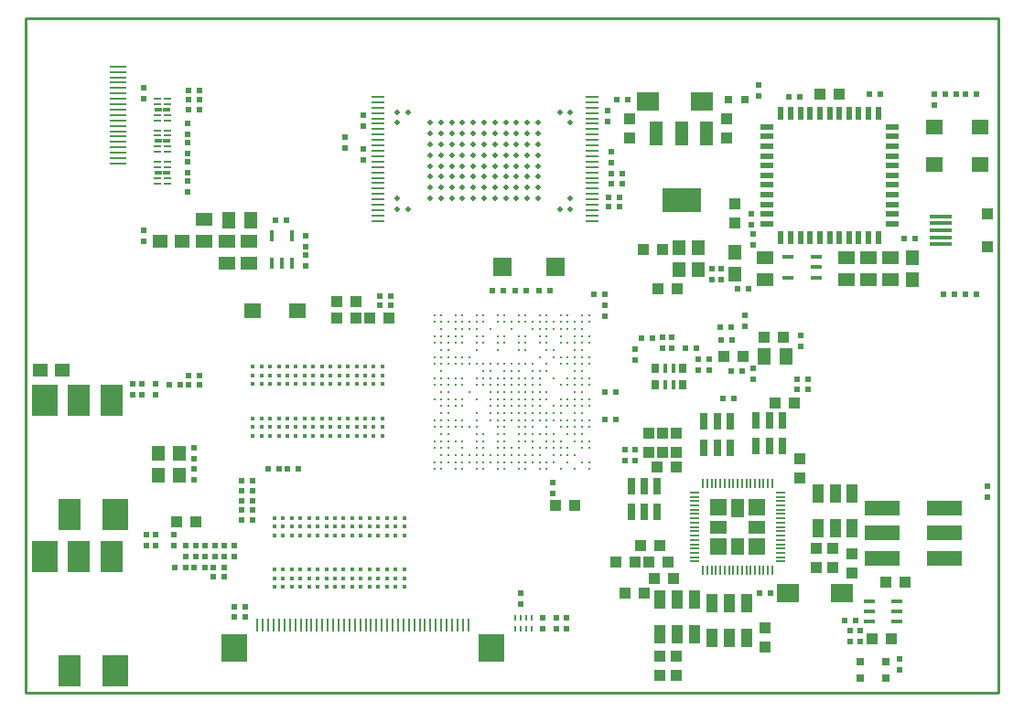
<source format=gbr>
G04 #@! TF.FileFunction,Paste,Top*
%FSLAX46Y46*%
G04 Gerber Fmt 4.6, Leading zero omitted, Abs format (unit mm)*
G04 Created by KiCad (PCBNEW 201609201018+7184~55~ubuntu14.04.1-) date Fri Sep 23 16:33:06 2016*
%MOMM*%
%LPD*%
G01*
G04 APERTURE LIST*
%ADD10C,0.100000*%
%ADD11C,0.254000*%
%ADD12C,0.500000*%
%ADD13R,0.800000X0.800000*%
%ADD14R,3.200000X1.400000*%
%ADD15R,0.500000X0.550000*%
%ADD16R,1.016000X1.016000*%
%ADD17R,0.550000X0.500000*%
%ADD18R,1.524000X1.270000*%
%ADD19R,1.270000X1.524000*%
%ADD20R,2.000000X1.700000*%
%ADD21R,1.168400X1.422400*%
%ADD22R,1.422400X1.168400*%
%ADD23R,1.700000X1.700000*%
%ADD24R,0.230000X0.605000*%
%ADD25R,1.098400X0.448400*%
%ADD26R,0.448400X1.098400*%
%ADD27R,1.500000X1.400000*%
%ADD28R,0.711200X0.965200*%
%ADD29R,0.457200X0.965200*%
%ADD30R,3.600000X2.200000*%
%ADD31R,1.219200X2.235200*%
%ADD32R,1.580000X0.230000*%
%ADD33R,0.695000X0.220000*%
%ADD34R,0.775000X0.400000*%
%ADD35R,0.230000X1.280000*%
%ADD36R,2.400000X2.600000*%
%ADD37C,0.420000*%
%ADD38R,1.180000X0.230000*%
%ADD39C,0.330000*%
%ADD40R,0.211000X0.911000*%
%ADD41R,0.911000X0.211000*%
%ADD42R,1.500000X1.600000*%
%ADD43R,1.200000X1.600000*%
%ADD44R,1.600000X1.200000*%
%ADD45R,1.200000X1.700000*%
%ADD46R,0.500000X1.300000*%
%ADD47R,1.300000X0.500000*%
%ADD48R,1.000000X1.750000*%
%ADD49R,0.800000X1.600000*%
%ADD50R,2.150000X0.350000*%
%ADD51R,1.000000X1.100000*%
%ADD52R,1.998400X2.898400*%
%ADD53R,2.398400X2.898400*%
G04 APERTURE END LIST*
D10*
D11*
X100000000Y-37500000D02*
X100000000Y-100000000D01*
X190000000Y-37500000D02*
X100000000Y-37500000D01*
X190000000Y-100000000D02*
X190000000Y-37500000D01*
X100000000Y-100000000D02*
X190000000Y-100000000D01*
D12*
X150400000Y-46200000D03*
X150400000Y-47200000D03*
X150400000Y-54200000D03*
X150400000Y-55200000D03*
X149400000Y-46200000D03*
X149400000Y-55200000D03*
X147400000Y-47200000D03*
X147400000Y-48200000D03*
X147400000Y-49200000D03*
X147400000Y-50200000D03*
X147400000Y-51200000D03*
X147400000Y-52200000D03*
X147400000Y-53200000D03*
X147400000Y-54200000D03*
X146400000Y-47200000D03*
X146400000Y-48200000D03*
X146400000Y-49200000D03*
X146400000Y-50200000D03*
X146400000Y-51200000D03*
X146400000Y-52200000D03*
X146400000Y-53200000D03*
X146400000Y-54200000D03*
X145400000Y-47200000D03*
X145400000Y-48200000D03*
X145400000Y-49200000D03*
X145400000Y-50200000D03*
X145400000Y-51200000D03*
X145400000Y-52200000D03*
X145400000Y-53200000D03*
X145400000Y-54200000D03*
X144400000Y-47200000D03*
X144400000Y-48200000D03*
X144400000Y-49200000D03*
X144400000Y-50200000D03*
X144400000Y-51200000D03*
X144400000Y-52200000D03*
X144400000Y-53200000D03*
X144400000Y-54200000D03*
X143400000Y-47200000D03*
X143400000Y-48200000D03*
X143400000Y-49200000D03*
X143400000Y-50200000D03*
X143400000Y-51200000D03*
X143400000Y-52200000D03*
X143400000Y-53200000D03*
X143400000Y-54200000D03*
X142400000Y-47200000D03*
X142400000Y-48200000D03*
X142400000Y-49200000D03*
X142400000Y-50200000D03*
X142400000Y-51200000D03*
X142400000Y-52200000D03*
X142400000Y-53200000D03*
X142400000Y-54200000D03*
X141400000Y-47200000D03*
X141400000Y-48200000D03*
X141400000Y-49200000D03*
X141400000Y-50200000D03*
X141400000Y-51200000D03*
X141400000Y-52200000D03*
X141400000Y-53200000D03*
X141400000Y-54200000D03*
X140400000Y-47200000D03*
X140400000Y-48200000D03*
X140400000Y-49200000D03*
X140400000Y-50200000D03*
X140400000Y-51200000D03*
X140400000Y-52200000D03*
X140400000Y-53200000D03*
X140400000Y-54200000D03*
X139400000Y-47200000D03*
X139400000Y-48200000D03*
X139400000Y-49200000D03*
X139400000Y-50200000D03*
X139400000Y-51200000D03*
X139400000Y-52200000D03*
X139400000Y-53200000D03*
X139400000Y-54200000D03*
X138400000Y-47200000D03*
X138400000Y-48200000D03*
X138400000Y-49200000D03*
X138400000Y-50200000D03*
X138400000Y-51200000D03*
X138400000Y-52200000D03*
X138400000Y-53200000D03*
X138400000Y-54200000D03*
X137400000Y-47200000D03*
X137400000Y-48200000D03*
X137400000Y-49200000D03*
X137400000Y-50200000D03*
X137400000Y-51200000D03*
X137400000Y-52200000D03*
X137400000Y-53200000D03*
X137400000Y-54200000D03*
X135400000Y-46200000D03*
X135400000Y-55200000D03*
X134400000Y-46200000D03*
X134400000Y-47200000D03*
X134400000Y-54200000D03*
X134400000Y-55200000D03*
D13*
X179578000Y-97155000D03*
X179578000Y-98679000D03*
D14*
X185018000Y-82917000D03*
X185018000Y-87517000D03*
X185018000Y-85217000D03*
X179218000Y-82917000D03*
X179218000Y-87517000D03*
X179218000Y-85217000D03*
D15*
X144145000Y-62738000D03*
X143129000Y-62738000D03*
D16*
X165608000Y-54737000D03*
X165608000Y-56515000D03*
D15*
X121008000Y-81300000D03*
X119992000Y-81300000D03*
X119992000Y-84000000D03*
X121008000Y-84000000D03*
D17*
X153797000Y-47117000D03*
X153797000Y-46101000D03*
X154178000Y-50927000D03*
X154178000Y-49911000D03*
X131191000Y-50673000D03*
X131191000Y-49657000D03*
D16*
X130556000Y-63754000D03*
X128778000Y-63754000D03*
D17*
X114808000Y-86360000D03*
X114808000Y-87376000D03*
D16*
X128778000Y-65278000D03*
X130556000Y-65278000D03*
D17*
X116586000Y-87376000D03*
X116586000Y-86360000D03*
D16*
X115697000Y-84201000D03*
X113919000Y-84201000D03*
D17*
X111125000Y-86360000D03*
X111125000Y-85344000D03*
X117475000Y-87376000D03*
X117475000Y-86360000D03*
X119253000Y-87376000D03*
X119253000Y-86360000D03*
D16*
X133604000Y-65278000D03*
X131826000Y-65278000D03*
D17*
X115570000Y-80264000D03*
X115570000Y-79248000D03*
D15*
X113284000Y-71501000D03*
X114300000Y-71501000D03*
X182245000Y-57912000D03*
X181229000Y-57912000D03*
D18*
X175895000Y-59690000D03*
X175895000Y-61722000D03*
X177927000Y-59690000D03*
X177927000Y-61722000D03*
X179959000Y-59690000D03*
X179959000Y-61722000D03*
X168402000Y-61722000D03*
X168402000Y-59690000D03*
D17*
X110871000Y-58166000D03*
X110871000Y-57150000D03*
D18*
X120650000Y-58166000D03*
X120650000Y-60198000D03*
X118618000Y-58166000D03*
X118618000Y-60198000D03*
X116459000Y-56134000D03*
X116459000Y-58166000D03*
D19*
X120777000Y-56261000D03*
X118745000Y-56261000D03*
D16*
X175260000Y-44577000D03*
X173482000Y-44577000D03*
D15*
X170561000Y-44831000D03*
X171577000Y-44831000D03*
D17*
X167132000Y-55626000D03*
X167132000Y-56642000D03*
D15*
X178054000Y-44577000D03*
X179070000Y-44577000D03*
D17*
X184023000Y-45593000D03*
X184023000Y-44577000D03*
D15*
X187960000Y-44577000D03*
X186944000Y-44577000D03*
D16*
X160147000Y-79121000D03*
X158369000Y-79121000D03*
X173101000Y-86614000D03*
X173101000Y-88392000D03*
X160147000Y-98425000D03*
X160147000Y-96647000D03*
X158623000Y-98425000D03*
X158623000Y-96647000D03*
X157226000Y-90805000D03*
X155448000Y-90805000D03*
X176403000Y-87122000D03*
X176403000Y-88900000D03*
X156337000Y-87884000D03*
X154559000Y-87884000D03*
X178308000Y-94996000D03*
X180086000Y-94996000D03*
X179578000Y-89789000D03*
X181356000Y-89789000D03*
X168402000Y-95758000D03*
X168402000Y-93980000D03*
X174625000Y-86614000D03*
X174625000Y-88392000D03*
X148971000Y-82677000D03*
X150749000Y-82677000D03*
X171069000Y-73152000D03*
X169291000Y-73152000D03*
X160147000Y-77724000D03*
X160147000Y-75946000D03*
X158877000Y-77724000D03*
X158877000Y-75946000D03*
X157607000Y-77724000D03*
X157607000Y-75946000D03*
X159385000Y-87884000D03*
X157607000Y-87884000D03*
X171577000Y-78359000D03*
X171577000Y-80137000D03*
X158623000Y-86360000D03*
X156845000Y-86360000D03*
X158115000Y-89408000D03*
X159893000Y-89408000D03*
D15*
X147447000Y-62738000D03*
X148463000Y-62738000D03*
D17*
X156337000Y-77470000D03*
X156337000Y-78486000D03*
D15*
X132715000Y-64135000D03*
X133731000Y-64135000D03*
D17*
X155448000Y-77470000D03*
X155448000Y-78486000D03*
D20*
X170474000Y-90805000D03*
X175474000Y-90805000D03*
D21*
X112268000Y-79883000D03*
X112268000Y-77851000D03*
D22*
X103378000Y-70104000D03*
X101346000Y-70104000D03*
D21*
X114173000Y-79883000D03*
X114173000Y-77851000D03*
X181991000Y-59690000D03*
X181991000Y-61722000D03*
D22*
X112395000Y-58166000D03*
X114427000Y-58166000D03*
D23*
X149048000Y-60579000D03*
X144068000Y-60579000D03*
D15*
X154940000Y-54102000D03*
X153924000Y-54102000D03*
X154559000Y-74676000D03*
X153543000Y-74676000D03*
D17*
X114935000Y-52578000D03*
X114935000Y-53594000D03*
X114935000Y-51816000D03*
X114935000Y-50800000D03*
X114935000Y-49022000D03*
X114935000Y-50038000D03*
X114935000Y-48260000D03*
X114935000Y-47244000D03*
D15*
X153543000Y-72136000D03*
X154559000Y-72136000D03*
D24*
X146800000Y-93086500D03*
X146800000Y-94111500D03*
X146300000Y-93086500D03*
X146300000Y-94111500D03*
X145800000Y-93086500D03*
X145800000Y-94111500D03*
X145300000Y-93086500D03*
X145300000Y-94111500D03*
D25*
X170531000Y-59629000D03*
X170531000Y-61529000D03*
X173131000Y-59629000D03*
X173131000Y-60579000D03*
X173131000Y-61529000D03*
D26*
X124648000Y-57628000D03*
X122748000Y-57628000D03*
X124648000Y-60228000D03*
X123698000Y-60228000D03*
X122748000Y-60228000D03*
D25*
X178023900Y-91506000D03*
X178023900Y-92456000D03*
X178023900Y-93406000D03*
X180624100Y-93406000D03*
X180624100Y-92456000D03*
X180624100Y-91506000D03*
D17*
X167259000Y-58547000D03*
X167259000Y-57531000D03*
D15*
X120269000Y-92075000D03*
X119253000Y-92075000D03*
X120269000Y-92964000D03*
X119253000Y-92964000D03*
D17*
X180848000Y-96901000D03*
X180848000Y-97917000D03*
X176276000Y-94234000D03*
X176276000Y-95250000D03*
X153543000Y-65151000D03*
X153543000Y-64135000D03*
D15*
X152527000Y-63119000D03*
X153543000Y-63119000D03*
X132715000Y-63246000D03*
X133731000Y-63246000D03*
X168910000Y-90805000D03*
X167894000Y-90805000D03*
X175768000Y-93345000D03*
X176784000Y-93345000D03*
D17*
X177165000Y-94234000D03*
X177165000Y-95250000D03*
X149987000Y-93091000D03*
X149987000Y-94107000D03*
X147828000Y-93091000D03*
X147828000Y-94107000D03*
X149098000Y-93091000D03*
X149098000Y-94107000D03*
X145796000Y-90805000D03*
X145796000Y-91821000D03*
X113665000Y-86360000D03*
X113665000Y-85344000D03*
D15*
X117348000Y-89281000D03*
X118364000Y-89281000D03*
X114808000Y-88392000D03*
X113792000Y-88392000D03*
D17*
X109855000Y-71374000D03*
X109855000Y-72390000D03*
D15*
X115062000Y-70612000D03*
X116078000Y-70612000D03*
X123063000Y-56261000D03*
X124079000Y-56261000D03*
D17*
X125857000Y-59436000D03*
X125857000Y-60452000D03*
D15*
X116078000Y-45974000D03*
X115062000Y-45974000D03*
X116078000Y-45085000D03*
X115062000Y-45085000D03*
D17*
X110871000Y-44958000D03*
X110871000Y-43942000D03*
D15*
X115062000Y-44196000D03*
X116078000Y-44196000D03*
X154178000Y-51943000D03*
X155194000Y-51943000D03*
X153924000Y-54991000D03*
X154940000Y-54991000D03*
D17*
X131191000Y-46482000D03*
X131191000Y-47498000D03*
D15*
X154178000Y-52832000D03*
X155194000Y-52832000D03*
X155702000Y-45085000D03*
X154686000Y-45085000D03*
D17*
X129540000Y-48514000D03*
X129540000Y-49530000D03*
X148717000Y-81534000D03*
X148717000Y-80518000D03*
D15*
X121008000Y-82200000D03*
X119992000Y-82200000D03*
X119992000Y-83100000D03*
X121008000Y-83100000D03*
X119992000Y-80400000D03*
X121008000Y-80400000D03*
X124206000Y-79248000D03*
X125222000Y-79248000D03*
X123444000Y-79248000D03*
X122428000Y-79248000D03*
D17*
X125857000Y-58674000D03*
X125857000Y-57658000D03*
D27*
X188282000Y-51054000D03*
X184082000Y-51054000D03*
X188282000Y-47625000D03*
X184082000Y-47625000D03*
X120963000Y-64643000D03*
X125163000Y-64643000D03*
D17*
X112014000Y-72390000D03*
X112014000Y-71374000D03*
D15*
X185039000Y-44577000D03*
X186055000Y-44577000D03*
X145288000Y-62738000D03*
X146304000Y-62738000D03*
D19*
X170307000Y-68834000D03*
X168275000Y-68834000D03*
D16*
X158496000Y-62611000D03*
X160274000Y-62611000D03*
X166370000Y-68834000D03*
X164592000Y-68834000D03*
X168275000Y-67056000D03*
X170053000Y-67056000D03*
X155829000Y-46863000D03*
X155829000Y-48641000D03*
X158877000Y-58928000D03*
X157099000Y-58928000D03*
D21*
X165608000Y-59182000D03*
X165608000Y-61214000D03*
X162179000Y-58801000D03*
X162179000Y-60833000D03*
X160401000Y-58801000D03*
X160401000Y-60833000D03*
D15*
X156972000Y-67183000D03*
X157988000Y-67183000D03*
X161036000Y-68072000D03*
X162052000Y-68072000D03*
X163195000Y-69088000D03*
X162179000Y-69088000D03*
D17*
X158877000Y-68072000D03*
X158877000Y-67056000D03*
X163449000Y-61722000D03*
X163449000Y-60706000D03*
X188976000Y-80899000D03*
X188976000Y-81915000D03*
D15*
X187960000Y-63119000D03*
X186944000Y-63119000D03*
X184912000Y-63119000D03*
X185928000Y-63119000D03*
X162179000Y-70104000D03*
X163195000Y-70104000D03*
D17*
X156337000Y-68199000D03*
X156337000Y-69215000D03*
D15*
X164465000Y-72771000D03*
X165481000Y-72771000D03*
D17*
X164338000Y-61722000D03*
X164338000Y-60706000D03*
D16*
X164846000Y-48641000D03*
X164846000Y-46863000D03*
D28*
X158242000Y-69977000D03*
X158242000Y-71501000D03*
X160782000Y-69977000D03*
X160782000Y-71501000D03*
D29*
X159131000Y-69977000D03*
X159893000Y-69977000D03*
X159131000Y-71501000D03*
X159893000Y-71501000D03*
D15*
X171323000Y-70993000D03*
X172339000Y-70993000D03*
X171323000Y-71882000D03*
X172339000Y-71882000D03*
X166878000Y-62611000D03*
X165862000Y-62611000D03*
X165354000Y-67310000D03*
X164338000Y-67310000D03*
D17*
X171704000Y-66929000D03*
X171704000Y-67945000D03*
X167259000Y-69977000D03*
X167259000Y-70993000D03*
D15*
X166243000Y-70231000D03*
X165227000Y-70231000D03*
D17*
X166497000Y-66040000D03*
X166497000Y-65024000D03*
D15*
X165227000Y-66167000D03*
X164211000Y-66167000D03*
D17*
X159766000Y-67056000D03*
X159766000Y-68072000D03*
D20*
X157520000Y-45212000D03*
X162520000Y-45212000D03*
D30*
X160655000Y-54406800D03*
D31*
X158343600Y-48209200D03*
X160655000Y-48209200D03*
X162966400Y-48209200D03*
D17*
X167767000Y-43688000D03*
X167767000Y-44704000D03*
X110744000Y-71374000D03*
X110744000Y-72390000D03*
X115570000Y-78359000D03*
X115570000Y-77343000D03*
D15*
X115062000Y-71501000D03*
X116078000Y-71501000D03*
D32*
X108547000Y-50982000D03*
X108547000Y-50482000D03*
X108547000Y-49982000D03*
X108547000Y-49482000D03*
X108547000Y-48982000D03*
X108547000Y-48482000D03*
X108547000Y-47982000D03*
X108547000Y-47482000D03*
X108547000Y-46982000D03*
X108547000Y-46482000D03*
X108547000Y-45982000D03*
X108547000Y-45482000D03*
X108547000Y-44982000D03*
X108547000Y-44482000D03*
X108547000Y-43982000D03*
X108547000Y-43482000D03*
X108547000Y-42982000D03*
X108547000Y-42482000D03*
X108547000Y-41982000D03*
D33*
X113086500Y-46974000D03*
X113086500Y-46474000D03*
D34*
X113036500Y-45974000D03*
D33*
X113086500Y-45474000D03*
X113086500Y-44974000D03*
X112211500Y-44974000D03*
X112211500Y-45474000D03*
D34*
X112261500Y-45974000D03*
D33*
X112211500Y-46474000D03*
X112211500Y-46974000D03*
X113086500Y-49895000D03*
X113086500Y-49395000D03*
D34*
X113036500Y-48895000D03*
D33*
X113086500Y-48395000D03*
X113086500Y-47895000D03*
X112211500Y-47895000D03*
X112211500Y-48395000D03*
D34*
X112261500Y-48895000D03*
D33*
X112211500Y-49395000D03*
X112211500Y-49895000D03*
X113086500Y-52816000D03*
X113086500Y-52316000D03*
D34*
X113036500Y-51816000D03*
D33*
X113086500Y-51316000D03*
X113086500Y-50816000D03*
X112211500Y-50816000D03*
X112211500Y-51316000D03*
D34*
X112261500Y-51816000D03*
D33*
X112211500Y-52316000D03*
X112211500Y-52816000D03*
D35*
X140941000Y-93770000D03*
X140441000Y-93770000D03*
X139941000Y-93770000D03*
X139441000Y-93770000D03*
X138941000Y-93770000D03*
X138441000Y-93770000D03*
X137941000Y-93770000D03*
X137441000Y-93770000D03*
X136941000Y-93770000D03*
X136441000Y-93770000D03*
X135941000Y-93770000D03*
X135441000Y-93770000D03*
X134941000Y-93770000D03*
X134441000Y-93770000D03*
X133941000Y-93770000D03*
X133441000Y-93770000D03*
X132941000Y-93770000D03*
X132441000Y-93770000D03*
X131941000Y-93770000D03*
X131441000Y-93770000D03*
X130941000Y-93770000D03*
X130441000Y-93770000D03*
X129941000Y-93770000D03*
X129441000Y-93770000D03*
X128941000Y-93770000D03*
X128441000Y-93770000D03*
X127941000Y-93770000D03*
X127441000Y-93770000D03*
X126941000Y-93770000D03*
X126441000Y-93770000D03*
X125941000Y-93770000D03*
X125441000Y-93770000D03*
X124941000Y-93770000D03*
X124441000Y-93770000D03*
X123941000Y-93770000D03*
X123441000Y-93770000D03*
X122941000Y-93770000D03*
X122441000Y-93770000D03*
X121941000Y-93770000D03*
X121441000Y-93770000D03*
D36*
X143091000Y-95870000D03*
X119291000Y-95870000D03*
D37*
X135000000Y-83800000D03*
X135000000Y-84600000D03*
X135000000Y-85400000D03*
X135000000Y-88600000D03*
X135000000Y-89400000D03*
X135000000Y-90200000D03*
X134200000Y-83800000D03*
X134200000Y-84600000D03*
X134200000Y-85400000D03*
X134200000Y-88600000D03*
X134200000Y-89400000D03*
X134200000Y-90200000D03*
X133400000Y-83800000D03*
X133400000Y-84600000D03*
X133400000Y-85400000D03*
X133400000Y-88600000D03*
X133400000Y-89400000D03*
X133400000Y-90200000D03*
X132600000Y-83800000D03*
X132600000Y-84600000D03*
X132600000Y-85400000D03*
X132600000Y-88600000D03*
X132600000Y-89400000D03*
X132600000Y-90200000D03*
X131800000Y-83800000D03*
X131800000Y-84600000D03*
X131800000Y-85400000D03*
X131800000Y-88600000D03*
X131800000Y-89400000D03*
X131800000Y-90200000D03*
X131000000Y-83800000D03*
X131000000Y-84600000D03*
X131000000Y-85400000D03*
X131000000Y-88600000D03*
X131000000Y-89400000D03*
X131000000Y-90200000D03*
X130200000Y-83800000D03*
X130200000Y-84600000D03*
X130200000Y-85400000D03*
X130200000Y-88600000D03*
X130200000Y-89400000D03*
X130200000Y-90200000D03*
X129400000Y-83800000D03*
X129400000Y-84600000D03*
X129400000Y-85400000D03*
X129400000Y-88600000D03*
X129400000Y-89400000D03*
X129400000Y-90200000D03*
X128600000Y-83800000D03*
X128600000Y-84600000D03*
X128600000Y-85400000D03*
X128600000Y-88600000D03*
X128600000Y-89400000D03*
X128600000Y-90200000D03*
X127800000Y-83800000D03*
X127800000Y-84600000D03*
X127800000Y-85400000D03*
X127800000Y-88600000D03*
X127800000Y-89400000D03*
X127800000Y-90200000D03*
X127000000Y-83800000D03*
X127000000Y-84600000D03*
X127000000Y-85400000D03*
X127000000Y-88600000D03*
X127000000Y-89400000D03*
X127000000Y-90200000D03*
X126200000Y-83800000D03*
X126200000Y-84600000D03*
X126200000Y-85400000D03*
X126200000Y-88600000D03*
X126200000Y-89400000D03*
X126200000Y-90200000D03*
X125400000Y-83800000D03*
X125400000Y-84600000D03*
X125400000Y-85400000D03*
X125400000Y-88600000D03*
X125400000Y-89400000D03*
X125400000Y-90200000D03*
X124600000Y-83800000D03*
X124600000Y-84600000D03*
X124600000Y-85400000D03*
X124600000Y-88600000D03*
X124600000Y-89400000D03*
X124600000Y-90200000D03*
X123800000Y-83800000D03*
X123800000Y-84600000D03*
X123800000Y-85400000D03*
X123800000Y-88600000D03*
X123800000Y-89400000D03*
X123800000Y-90200000D03*
X123000000Y-83800000D03*
X123000000Y-84600000D03*
X123000000Y-85400000D03*
X123000000Y-88600000D03*
X123000000Y-89400000D03*
X123000000Y-90200000D03*
X133000000Y-69800000D03*
X133000000Y-70600000D03*
X133000000Y-71400000D03*
X133000000Y-74600000D03*
X133000000Y-75400000D03*
X133000000Y-76200000D03*
X132200000Y-69800000D03*
X132200000Y-70600000D03*
X132200000Y-71400000D03*
X132200000Y-74600000D03*
X132200000Y-75400000D03*
X132200000Y-76200000D03*
X131400000Y-69800000D03*
X131400000Y-70600000D03*
X131400000Y-71400000D03*
X131400000Y-74600000D03*
X131400000Y-75400000D03*
X131400000Y-76200000D03*
X130600000Y-69800000D03*
X130600000Y-70600000D03*
X130600000Y-71400000D03*
X130600000Y-74600000D03*
X130600000Y-75400000D03*
X130600000Y-76200000D03*
X129800000Y-69800000D03*
X129800000Y-70600000D03*
X129800000Y-71400000D03*
X129800000Y-74600000D03*
X129800000Y-75400000D03*
X129800000Y-76200000D03*
X129000000Y-69800000D03*
X129000000Y-70600000D03*
X129000000Y-71400000D03*
X129000000Y-74600000D03*
X129000000Y-75400000D03*
X129000000Y-76200000D03*
X128200000Y-69800000D03*
X128200000Y-70600000D03*
X128200000Y-71400000D03*
X128200000Y-74600000D03*
X128200000Y-75400000D03*
X128200000Y-76200000D03*
X127400000Y-69800000D03*
X127400000Y-70600000D03*
X127400000Y-71400000D03*
X127400000Y-74600000D03*
X127400000Y-75400000D03*
X127400000Y-76200000D03*
X126600000Y-69800000D03*
X126600000Y-70600000D03*
X126600000Y-71400000D03*
X126600000Y-74600000D03*
X126600000Y-75400000D03*
X126600000Y-76200000D03*
X125800000Y-69800000D03*
X125800000Y-70600000D03*
X125800000Y-71400000D03*
X125800000Y-74600000D03*
X125800000Y-75400000D03*
X125800000Y-76200000D03*
X125000000Y-69800000D03*
X125000000Y-70600000D03*
X125000000Y-71400000D03*
X125000000Y-74600000D03*
X125000000Y-75400000D03*
X125000000Y-76200000D03*
X124200000Y-69800000D03*
X124200000Y-70600000D03*
X124200000Y-71400000D03*
X124200000Y-74600000D03*
X124200000Y-75400000D03*
X124200000Y-76200000D03*
X123400000Y-69800000D03*
X123400000Y-70600000D03*
X123400000Y-71400000D03*
X123400000Y-74600000D03*
X123400000Y-75400000D03*
X123400000Y-76200000D03*
X122600000Y-69800000D03*
X122600000Y-70600000D03*
X122600000Y-71400000D03*
X122600000Y-74600000D03*
X122600000Y-75400000D03*
X122600000Y-76200000D03*
X121800000Y-69800000D03*
X121800000Y-70600000D03*
X121800000Y-71400000D03*
X121800000Y-74600000D03*
X121800000Y-75400000D03*
X121800000Y-76200000D03*
X121000000Y-69800000D03*
X121000000Y-70600000D03*
X121000000Y-71400000D03*
X121000000Y-74600000D03*
X121000000Y-75400000D03*
X121000000Y-76200000D03*
D38*
X152394000Y-56296000D03*
X152394000Y-55796000D03*
X152394000Y-55296000D03*
X152394000Y-54796000D03*
X152394000Y-54296000D03*
X152394000Y-53796000D03*
X152394000Y-53296000D03*
X152394000Y-52796000D03*
X152394000Y-52296000D03*
X152394000Y-51796000D03*
X152394000Y-51296000D03*
X152394000Y-50796000D03*
X152394000Y-50296000D03*
X152394000Y-49796000D03*
X152394000Y-49296000D03*
X152394000Y-48796000D03*
X152394000Y-48296000D03*
X152394000Y-47796000D03*
X152394000Y-47296000D03*
X152394000Y-46796000D03*
X152394000Y-46296000D03*
X152394000Y-45796000D03*
X152394000Y-45296000D03*
X152394000Y-44796000D03*
X132594000Y-44796000D03*
X132594000Y-45296000D03*
X132594000Y-45796000D03*
X132594000Y-46296000D03*
X132594000Y-46796000D03*
X132594000Y-47296000D03*
X132594000Y-47796000D03*
X132594000Y-48296000D03*
X132594000Y-48796000D03*
X132594000Y-49296000D03*
X132594000Y-49796000D03*
X132594000Y-50296000D03*
X132594000Y-50796000D03*
X132594000Y-51296000D03*
X132594000Y-51796000D03*
X132594000Y-52296000D03*
X132594000Y-52796000D03*
X132594000Y-53296000D03*
X132594000Y-53796000D03*
X132594000Y-54296000D03*
X132594000Y-54796000D03*
X132594000Y-55296000D03*
X132594000Y-55796000D03*
X132594000Y-56296000D03*
D39*
X152100000Y-65000000D03*
X144950000Y-72150000D03*
X144300000Y-72150000D03*
X143650000Y-72150000D03*
X141700000Y-72800000D03*
X144950000Y-74750000D03*
X143650000Y-74750000D03*
X146900000Y-76050000D03*
X148200000Y-76700000D03*
X148200000Y-78650000D03*
X146900000Y-76700000D03*
X146250000Y-75400000D03*
X146900000Y-75400000D03*
X148200000Y-75400000D03*
X146250000Y-74750000D03*
X146900000Y-74750000D03*
X147550000Y-74750000D03*
X148200000Y-74750000D03*
X148850000Y-74750000D03*
X143650000Y-74100000D03*
X144300000Y-74100000D03*
X144950000Y-74100000D03*
X145600000Y-74100000D03*
X146250000Y-74100000D03*
X146900000Y-74100000D03*
X147550000Y-74100000D03*
X143000000Y-74100000D03*
X148200000Y-74100000D03*
X146900000Y-73450000D03*
X146250000Y-73450000D03*
X145600000Y-73450000D03*
X144950000Y-73450000D03*
X144300000Y-73450000D03*
X143650000Y-73450000D03*
X143000000Y-73450000D03*
X147550000Y-73450000D03*
X143000000Y-72800000D03*
X143650000Y-72800000D03*
X144300000Y-72800000D03*
X144950000Y-72800000D03*
X145600000Y-72800000D03*
X146250000Y-72800000D03*
X147550000Y-72800000D03*
X145600000Y-72150000D03*
X146250000Y-72150000D03*
X145600000Y-71500000D03*
X146250000Y-71500000D03*
X146900000Y-72800000D03*
X146900000Y-72150000D03*
X147550000Y-72150000D03*
X147550000Y-71500000D03*
X148200000Y-72800000D03*
X148200000Y-72150000D03*
X148850000Y-70850000D03*
X143650000Y-71500000D03*
X142350000Y-71500000D03*
X143000000Y-70850000D03*
X146900000Y-70200000D03*
X145600000Y-70200000D03*
X144950000Y-70200000D03*
X144300000Y-70200000D03*
X143000000Y-70200000D03*
X145600000Y-77350000D03*
X144950000Y-78000000D03*
X144300000Y-76700000D03*
X144300000Y-77350000D03*
X142350000Y-77350000D03*
X141700000Y-76050000D03*
X139750000Y-75400000D03*
X139100000Y-75400000D03*
X139100000Y-78000000D03*
X137800000Y-65000000D03*
X137800000Y-79300000D03*
X151450000Y-65000000D03*
X150150000Y-65000000D03*
X149500000Y-65000000D03*
X148200000Y-65000000D03*
X147550000Y-65000000D03*
X146250000Y-65000000D03*
X145600000Y-65000000D03*
X144300000Y-65000000D03*
X143650000Y-65000000D03*
X142350000Y-65000000D03*
X141700000Y-65000000D03*
X140400000Y-65000000D03*
X139750000Y-65000000D03*
X138450000Y-65000000D03*
X137800000Y-65650000D03*
X138450000Y-65650000D03*
X139100000Y-65650000D03*
X139750000Y-65650000D03*
X140400000Y-65650000D03*
X141050000Y-65650000D03*
X141700000Y-65650000D03*
X142350000Y-65650000D03*
X143650000Y-65650000D03*
X144300000Y-65650000D03*
X144950000Y-65650000D03*
X145600000Y-65650000D03*
X146250000Y-65650000D03*
X146900000Y-65650000D03*
X147550000Y-65650000D03*
X148200000Y-65650000D03*
X148850000Y-65650000D03*
X149500000Y-65650000D03*
X150150000Y-65650000D03*
X150800000Y-65650000D03*
X151450000Y-65650000D03*
X152100000Y-65650000D03*
X151450000Y-66300000D03*
X150800000Y-66300000D03*
X150150000Y-66300000D03*
X149500000Y-66300000D03*
X148850000Y-66300000D03*
X148200000Y-66300000D03*
X147550000Y-66300000D03*
X146900000Y-66300000D03*
X144950000Y-66300000D03*
X143000000Y-66300000D03*
X141700000Y-66300000D03*
X141050000Y-66300000D03*
X140400000Y-66300000D03*
X139750000Y-66300000D03*
X138450000Y-66300000D03*
X137800000Y-66950000D03*
X138450000Y-66950000D03*
X139100000Y-66950000D03*
X139750000Y-66950000D03*
X140400000Y-66950000D03*
X141700000Y-66950000D03*
X142350000Y-66950000D03*
X143650000Y-66950000D03*
X144300000Y-66950000D03*
X145600000Y-66950000D03*
X146250000Y-66950000D03*
X147550000Y-66950000D03*
X148200000Y-66950000D03*
X149500000Y-66950000D03*
X150800000Y-66950000D03*
X151450000Y-66950000D03*
X152100000Y-66950000D03*
X152100000Y-67600000D03*
X151450000Y-67600000D03*
X150800000Y-67600000D03*
X150150000Y-67600000D03*
X149500000Y-67600000D03*
X148200000Y-67600000D03*
X147550000Y-67600000D03*
X146250000Y-67600000D03*
X145600000Y-67600000D03*
X144300000Y-67600000D03*
X143650000Y-67600000D03*
X142350000Y-67600000D03*
X141700000Y-67600000D03*
X140400000Y-67600000D03*
X139750000Y-67600000D03*
X139100000Y-67600000D03*
X138450000Y-67600000D03*
X137800000Y-67600000D03*
X138450000Y-79300000D03*
X139750000Y-79300000D03*
X140400000Y-79300000D03*
X141700000Y-79300000D03*
X142350000Y-79300000D03*
X143650000Y-79300000D03*
X144300000Y-79300000D03*
X145600000Y-79300000D03*
X146250000Y-79300000D03*
X147550000Y-79300000D03*
X148200000Y-79300000D03*
X149500000Y-79300000D03*
X150800000Y-79300000D03*
X152100000Y-79300000D03*
X137800000Y-78650000D03*
X138450000Y-78650000D03*
X139100000Y-78650000D03*
X139750000Y-78650000D03*
X140400000Y-78650000D03*
X141050000Y-78650000D03*
X141700000Y-78650000D03*
X142350000Y-78650000D03*
X143000000Y-78650000D03*
X143650000Y-78650000D03*
X144300000Y-78650000D03*
X144950000Y-78650000D03*
X145600000Y-78650000D03*
X146250000Y-78650000D03*
X146900000Y-78650000D03*
X147550000Y-78650000D03*
X148850000Y-78650000D03*
X150150000Y-78650000D03*
X151450000Y-78650000D03*
X152100000Y-78650000D03*
X138450000Y-78000000D03*
X139750000Y-78000000D03*
X140400000Y-78000000D03*
X141050000Y-78000000D03*
X141700000Y-78000000D03*
X142350000Y-78000000D03*
X143000000Y-78000000D03*
X143650000Y-78000000D03*
X144300000Y-78000000D03*
X145600000Y-78000000D03*
X146250000Y-78000000D03*
X146900000Y-78000000D03*
X147550000Y-78000000D03*
X148850000Y-78000000D03*
X149500000Y-78000000D03*
X150150000Y-78000000D03*
X150800000Y-78000000D03*
X137800000Y-77350000D03*
X138450000Y-77350000D03*
X139100000Y-77350000D03*
X140400000Y-77350000D03*
X141700000Y-77350000D03*
X143650000Y-77350000D03*
X144950000Y-77350000D03*
X146900000Y-77350000D03*
X147550000Y-77350000D03*
X148200000Y-77350000D03*
X148850000Y-77350000D03*
X149500000Y-77350000D03*
X150150000Y-77350000D03*
X151450000Y-77350000D03*
X152100000Y-77350000D03*
X137800000Y-76700000D03*
X138450000Y-76700000D03*
X139100000Y-76700000D03*
X139750000Y-76700000D03*
X140400000Y-76700000D03*
X141700000Y-76700000D03*
X142350000Y-76700000D03*
X143650000Y-76700000D03*
X145600000Y-76700000D03*
X146250000Y-76700000D03*
X148850000Y-76700000D03*
X149500000Y-76700000D03*
X150800000Y-76700000D03*
X151450000Y-76700000D03*
X152100000Y-76700000D03*
X138450000Y-76050000D03*
X139100000Y-76050000D03*
X142350000Y-76050000D03*
X143650000Y-76050000D03*
X144300000Y-76050000D03*
X145600000Y-76050000D03*
X146250000Y-76050000D03*
X147550000Y-76050000D03*
X148200000Y-76050000D03*
X148850000Y-76050000D03*
X150150000Y-76050000D03*
X150800000Y-76050000D03*
X151450000Y-76050000D03*
X137800000Y-75400000D03*
X138450000Y-75400000D03*
X140400000Y-75400000D03*
X141050000Y-75400000D03*
X141700000Y-75400000D03*
X143650000Y-75400000D03*
X144300000Y-75400000D03*
X145600000Y-75400000D03*
X149500000Y-75400000D03*
X150150000Y-75400000D03*
X150800000Y-75400000D03*
X151450000Y-75400000D03*
X152100000Y-75400000D03*
X137800000Y-74750000D03*
X138450000Y-74750000D03*
X139100000Y-74750000D03*
X139750000Y-74750000D03*
X140400000Y-74750000D03*
X141700000Y-74750000D03*
X143000000Y-74750000D03*
X144300000Y-74750000D03*
X145600000Y-74750000D03*
X149500000Y-74750000D03*
X150150000Y-74750000D03*
X150800000Y-74750000D03*
X151450000Y-74750000D03*
X152100000Y-74750000D03*
X138450000Y-74100000D03*
X139100000Y-74100000D03*
X141700000Y-74100000D03*
X148850000Y-74100000D03*
X149500000Y-74100000D03*
X150800000Y-74100000D03*
X151450000Y-74100000D03*
X138450000Y-73450000D03*
X139100000Y-73450000D03*
X139750000Y-73450000D03*
X140400000Y-73450000D03*
X148850000Y-73450000D03*
X149500000Y-73450000D03*
X150150000Y-73450000D03*
X150800000Y-73450000D03*
X151450000Y-73450000D03*
X152100000Y-73450000D03*
X137800000Y-72800000D03*
X138450000Y-72800000D03*
X139100000Y-72800000D03*
X139750000Y-72800000D03*
X140400000Y-72800000D03*
X149500000Y-72800000D03*
X150150000Y-72800000D03*
X150800000Y-72800000D03*
X151450000Y-72800000D03*
X152100000Y-72800000D03*
X138450000Y-72150000D03*
X139100000Y-72150000D03*
X141050000Y-72150000D03*
X143000000Y-72150000D03*
X150800000Y-72150000D03*
X151450000Y-72150000D03*
X137800000Y-71500000D03*
X138450000Y-71500000D03*
X139100000Y-71500000D03*
X139750000Y-71500000D03*
X140400000Y-71500000D03*
X141700000Y-71500000D03*
X143000000Y-71500000D03*
X144300000Y-71500000D03*
X144950000Y-71500000D03*
X146900000Y-71500000D03*
X149500000Y-71500000D03*
X150150000Y-71500000D03*
X150800000Y-71500000D03*
X151450000Y-71500000D03*
X152100000Y-71500000D03*
X137800000Y-70850000D03*
X138450000Y-70850000D03*
X139100000Y-70850000D03*
X139750000Y-70850000D03*
X140400000Y-70850000D03*
X141700000Y-70850000D03*
X142350000Y-70850000D03*
X143650000Y-70850000D03*
X144300000Y-70850000D03*
X144950000Y-70850000D03*
X145600000Y-70850000D03*
X146250000Y-70850000D03*
X146900000Y-70850000D03*
X147550000Y-70850000D03*
X150150000Y-70850000D03*
X150800000Y-70850000D03*
X151450000Y-70850000D03*
X152100000Y-70850000D03*
X138450000Y-70200000D03*
X142350000Y-70200000D03*
X147550000Y-70200000D03*
X148200000Y-70200000D03*
X150800000Y-70200000D03*
X151450000Y-70200000D03*
X137800000Y-69550000D03*
X138450000Y-69550000D03*
X139100000Y-69550000D03*
X139750000Y-69550000D03*
X140400000Y-69550000D03*
X141050000Y-69550000D03*
X141700000Y-69550000D03*
X142350000Y-69550000D03*
X143000000Y-69550000D03*
X143650000Y-69550000D03*
X144300000Y-69550000D03*
X144950000Y-69550000D03*
X145600000Y-69550000D03*
X146250000Y-69550000D03*
X146900000Y-69550000D03*
X148200000Y-69550000D03*
X149500000Y-69550000D03*
X150150000Y-69550000D03*
X150800000Y-69550000D03*
X151450000Y-69550000D03*
X152100000Y-69550000D03*
X137800000Y-68900000D03*
X138450000Y-68900000D03*
X139100000Y-68900000D03*
X139750000Y-68900000D03*
X140400000Y-68900000D03*
X141050000Y-68900000D03*
X147550000Y-68900000D03*
X148850000Y-68900000D03*
X149500000Y-68900000D03*
X150150000Y-68900000D03*
X150800000Y-68900000D03*
X151450000Y-68900000D03*
X152100000Y-68900000D03*
X138450000Y-68250000D03*
X139100000Y-68250000D03*
X141700000Y-68250000D03*
X143650000Y-68250000D03*
X145600000Y-68250000D03*
X146250000Y-68250000D03*
X148200000Y-68250000D03*
X148850000Y-68250000D03*
X150800000Y-68250000D03*
X151450000Y-68250000D03*
D40*
X169062000Y-80645500D03*
X168662000Y-80645500D03*
X168262000Y-80645500D03*
X167862000Y-80645500D03*
X167462000Y-80645500D03*
X167062000Y-80645500D03*
X166662000Y-80645500D03*
X166262000Y-80645500D03*
X165862000Y-80645500D03*
X165462000Y-80645500D03*
X165062000Y-80645500D03*
X164662000Y-80645500D03*
X164262000Y-80645500D03*
X163862000Y-80645500D03*
X163462000Y-80645500D03*
X163062000Y-80645500D03*
X162662000Y-80645500D03*
D41*
X161862000Y-81445500D03*
X161862000Y-81845500D03*
X161862000Y-82245500D03*
X161862000Y-82645500D03*
X161862000Y-83045500D03*
X161862000Y-83445500D03*
X161862000Y-83845500D03*
X161862000Y-84245500D03*
X161862000Y-84645500D03*
X161862000Y-85045500D03*
X161862000Y-85445500D03*
X161862000Y-85845500D03*
X161862000Y-86245500D03*
X161862000Y-86645500D03*
X161862000Y-87045500D03*
X161862000Y-87445500D03*
X161862000Y-87845500D03*
D40*
X162662000Y-88645500D03*
X163062000Y-88645500D03*
X163462000Y-88645500D03*
X163862000Y-88645500D03*
X164262000Y-88645500D03*
X164662000Y-88645500D03*
X165062000Y-88645500D03*
X165462000Y-88645500D03*
X165862000Y-88645500D03*
X166262000Y-88645500D03*
X166662000Y-88645500D03*
X167062000Y-88645500D03*
X167462000Y-88645500D03*
X167862000Y-88645500D03*
X168262000Y-88645500D03*
X168662000Y-88645500D03*
X169062000Y-88645500D03*
D41*
X169862000Y-87845500D03*
X169862000Y-87445500D03*
X169862000Y-87045500D03*
X169862000Y-86645500D03*
X169862000Y-86245500D03*
X169862000Y-85845500D03*
X169862000Y-85445500D03*
X169862000Y-85045500D03*
X169862000Y-84645500D03*
X169862000Y-84245500D03*
X169862000Y-83845500D03*
X169862000Y-83445500D03*
X169862000Y-83045500D03*
X169862000Y-82645500D03*
X169862000Y-82245500D03*
X169862000Y-81845500D03*
X169862000Y-81445500D03*
D42*
X167612000Y-86445500D03*
D43*
X165862000Y-86445500D03*
D42*
X164112000Y-86445500D03*
D44*
X167662000Y-84645500D03*
X164062000Y-84645500D03*
D42*
X167612000Y-82845500D03*
D45*
X165862000Y-82895500D03*
D42*
X164112000Y-82845500D03*
D46*
X178871000Y-46295000D03*
X177971000Y-46295000D03*
X177071000Y-46295000D03*
X176171000Y-46295000D03*
X175271000Y-46295000D03*
X174371000Y-46295000D03*
X173471000Y-46295000D03*
X172571000Y-46295000D03*
X171671000Y-46295000D03*
X170771000Y-46295000D03*
X169871000Y-46295000D03*
D47*
X168596000Y-47570000D03*
X168596000Y-48470000D03*
X168596000Y-49370000D03*
X168596000Y-50270000D03*
X168596000Y-51170000D03*
X168596000Y-52070000D03*
X168596000Y-52970000D03*
X168596000Y-53870000D03*
X168596000Y-54770000D03*
X168596000Y-55670000D03*
X168596000Y-56570000D03*
D46*
X169871000Y-57845000D03*
X170771000Y-57845000D03*
X171671000Y-57845000D03*
X172571000Y-57845000D03*
X173471000Y-57845000D03*
X174371000Y-57845000D03*
X175271000Y-57845000D03*
X176171000Y-57845000D03*
X177071000Y-57845000D03*
X177971000Y-57845000D03*
X178871000Y-57845000D03*
D47*
X180146000Y-56570000D03*
X180146000Y-55670000D03*
X180146000Y-54770000D03*
X180146000Y-53870000D03*
X180146000Y-52970000D03*
X180146000Y-52070000D03*
X180146000Y-51170000D03*
X180146000Y-50270000D03*
X180146000Y-49370000D03*
X180146000Y-48470000D03*
X180146000Y-47570000D03*
D48*
X176479000Y-84785000D03*
X174879000Y-84785000D03*
X173279000Y-84785000D03*
X176479000Y-81585000D03*
X173279000Y-81585000D03*
X174879000Y-81585000D03*
X163500000Y-91745000D03*
X165100000Y-91745000D03*
X166700000Y-91745000D03*
X163500000Y-94945000D03*
X166700000Y-94945000D03*
X165100000Y-94945000D03*
X158674000Y-91364000D03*
X160274000Y-91364000D03*
X161874000Y-91364000D03*
X158674000Y-94564000D03*
X161874000Y-94564000D03*
X160274000Y-94564000D03*
D49*
X158426000Y-80842000D03*
X157226000Y-80842000D03*
X156026000Y-80842000D03*
X156026000Y-83242000D03*
X158426000Y-83242000D03*
X157226000Y-83242000D03*
X165157000Y-74873000D03*
X163957000Y-74873000D03*
X162757000Y-74873000D03*
X162757000Y-77273000D03*
X165157000Y-77273000D03*
X163957000Y-77273000D03*
X169983000Y-74746000D03*
X168783000Y-74746000D03*
X167583000Y-74746000D03*
X167583000Y-77146000D03*
X169983000Y-77146000D03*
X168783000Y-77146000D03*
D50*
X184692000Y-58450000D03*
X184692000Y-57800000D03*
X184692000Y-57150000D03*
X184692000Y-56500000D03*
X184692000Y-55850000D03*
D51*
X188992000Y-58650000D03*
X188992000Y-55650000D03*
D17*
X112014000Y-86360000D03*
X112014000Y-85344000D03*
X115697000Y-87376000D03*
X115697000Y-86360000D03*
X118364000Y-87376000D03*
X118364000Y-86360000D03*
D15*
X116586000Y-88392000D03*
X115570000Y-88392000D03*
X117348000Y-88392000D03*
X118364000Y-88392000D03*
D13*
X166497000Y-45085000D03*
X164973000Y-45085000D03*
X177165000Y-97155000D03*
X177165000Y-98679000D03*
D52*
X104881000Y-72932000D03*
X104081000Y-83532000D03*
X107981000Y-72932000D03*
D53*
X108281000Y-83532000D03*
X101781000Y-72932000D03*
X101781000Y-87410000D03*
X108281000Y-98010000D03*
D52*
X107981000Y-87410000D03*
X104081000Y-98010000D03*
X104881000Y-87410000D03*
M02*

</source>
